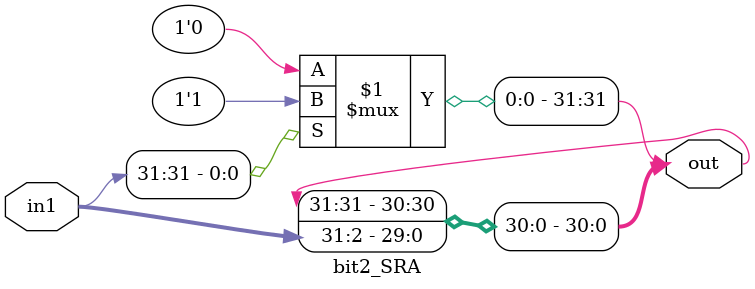
<source format=v>
module bit2_SRA(in1, out);

input [31:0] in1;
output [31:0] out;

genvar c;
   generate
	for(c=0; c<=29;c=c+1) begin: loop1
	
	assign out[c] = in1[c+2];
	
	end
	endgenerate

assign out[30] = in1[31] ? 1'b1 : 1'b0;

assign out[31] = out[30];


endmodule
</source>
